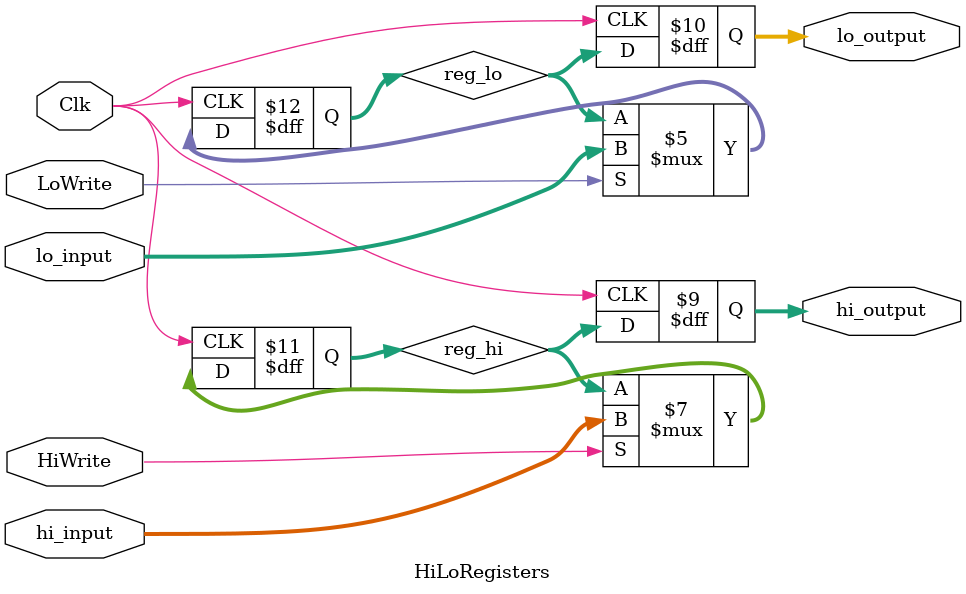
<source format=v>
`timescale 1ns / 1ps


module HiLoRegisters(Clk, HiWrite, LoWrite, hi_input, lo_input, hi_output, lo_output);
    //inputs of this module are outputs of alu and vise versa
    input Clk;
    input [31:0] hi_input, lo_input;
    input HiWrite, LoWrite;
    output reg [31:0] hi_output, lo_output;

    reg [31:0] reg_hi, reg_lo;

    initial begin
        reg_hi <= 32'b0;
        reg_lo <= 32'b0;
    end

    always @ (posedge Clk) begin
        hi_output <= reg_hi;
        lo_output <= reg_lo;
        if (HiWrite == 1) reg_hi <= hi_input;
        if (LoWrite == 1) reg_lo <= lo_input;
    end

endmodule

</source>
